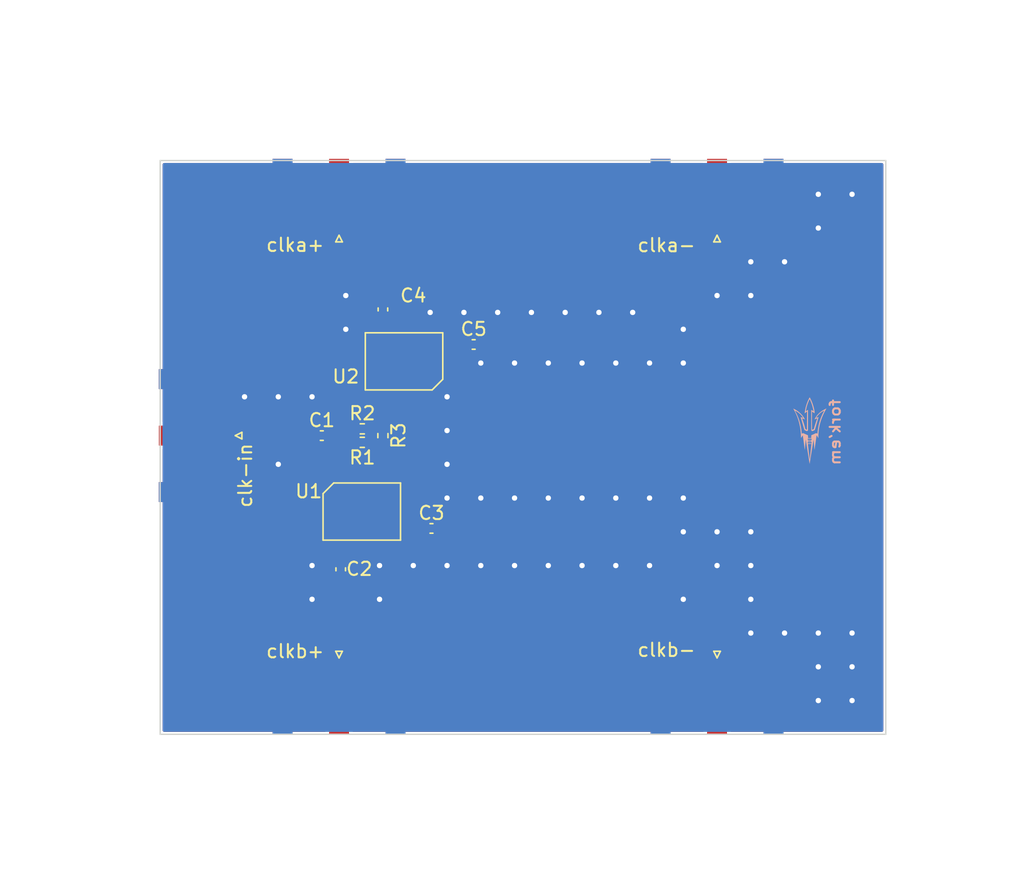
<source format=kicad_pcb>
(kicad_pcb (version 20211014) (generator pcbnew)
  (layers (0 "F.Cu" signal) (31 "B.Cu" signal) (34 "B.Paste" user) (35 "F.Paste" user) (36 "B.SilkS" user "B.Silkscreen") (37 "F.SilkS" user "F.Silkscreen") (38 "B.Mask" user) (39 "F.Mask" user) (44 "Edge.Cuts" user))
  (net 0 "")
  (net 1 "Net-(C2-Pad1)")
  (net 2 "Net-(C2-Pad2)")
  (net 3 "Net-(C3-Pad1)")
  (net 4 "Net-(C3-Pad2)")
  (net 5 "Net-(C4-Pad1)")
  (net 6 "Net-(C4-Pad2)")
  (net 7 "Net-(C5-Pad1)")
  (net 8 "Net-(C5-Pad2)")
  (net 9 "Net-(C1-Pad2)")
  (net 10 "Net-(R2-Pad2)")
  (net 11 "GND")
  (net 12 "Net-(C1-Pad1)")
  (footprint "Capacitor_SMD:C_0402_1005Metric" (layer "F.Cu") (at 99.314 69.624 90)
    (fp_text reference "C4" (at 1.044 2.286 180) (layer "F.SilkS"))
    (fp_text value ".01u")
    (pad "1" smd roundrect locked (at -0.48 0 90) (size 0.56 0.62) (layers "F.Cu" "F.Paste" "F.Mask") (net 5 "Net-(C4-Pad1)"))
    (pad "2" smd roundrect locked (at 0.48 0 90) (size 0.56 0.62) (layers "F.Cu" "F.Paste" "F.Mask") (net 6 "Net-(C4-Pad2)"))
  )
  (footprint "Connector_Coaxial:SMA_Amphenol_132289_EdgeMount" (layer "F.Cu") (at 124.46 60.833 90)
    (fp_text reference "clka-" (at -3.960012 -3.81) (layer "F.SilkS"))
    (fp_text value "Conn_Coaxial")
    (pad "1" smd rect locked (at 0 0 180) (size 1.5 5.08) (layers "F.Cu" "F.Paste" "F.Mask") (net 8 "Net-(C5-Pad2)"))
    (pad "2" smd rect locked (at 0 -4.25 180) (size 1.5 5.08) (layers "F.Cu" "F.Paste" "F.Mask") (net 11 "GND"))
    (pad "2" smd rect locked (at 0 4.25 180) (size 1.5 5.08) (layers "F.Cu" "F.Paste" "F.Mask") (net 11 "GND"))
    (pad "2" smd rect locked (at 0 -4.25 180) (size 1.5 5.08) (layers "B.Cu" "B.Paste" "B.Mask") (net 11 "GND"))
    (pad "2" smd rect locked (at 0 4.25 180) (size 1.5 5.08) (layers "B.Cu" "B.Paste" "B.Mask") (net 11 "GND"))
  )
  (footprint "Connector_Coaxial:SMA_Amphenol_132289_EdgeMount" (layer "F.Cu") (at 84.9915 79.121 180)
    (fp_text reference "clk-in" (at -3.960011 -2.999994 90) (layer "F.SilkS"))
    (fp_text value "Conn_Coaxial")
    (pad "1" smd rect locked (at 0 0 270) (size 1.5 5.08) (layers "F.Cu" "F.Paste" "F.Mask") (net 12 "Net-(C1-Pad1)"))
    (pad "2" smd rect locked (at 0 -4.25 270) (size 1.5 5.08) (layers "B.Cu" "B.Paste" "B.Mask") (net 11 "GND"))
    (pad "2" smd rect locked (at 0 4.25 270) (size 1.5 5.08) (layers "F.Cu" "F.Paste" "F.Mask") (net 11 "GND"))
    (pad "2" smd rect locked (at 0 4.25 270) (size 1.5 5.08) (layers "B.Cu" "B.Paste" "B.Mask") (net 11 "GND"))
    (pad "2" smd rect locked (at 0 -4.25 270) (size 1.5 5.08) (layers "F.Cu" "F.Paste" "F.Mask") (net 11 "GND"))
  )
  (footprint "Resistor_SMD:R_0402_1005Metric" (layer "F.Cu") (at 97.762 79.629)
    (fp_text reference "R1" (at 0 1.143) (layer "F.SilkS"))
    (fp_text value "50")
    (pad "1" smd roundrect locked (at -0.51 0) (size 0.54 0.64) (layers "F.Cu" "F.Paste" "F.Mask") (net 9 "Net-(C1-Pad2)"))
    (pad "2" smd roundrect locked (at 0.51 0) (size 0.54 0.64) (layers "F.Cu" "F.Paste" "F.Mask") (net 10 "Net-(R2-Pad2)"))
  )
  (footprint "RF_Mini-Circuits:TCM2-33WX+" (layer "F.Cu") (at 97.724 84.836 -90)
    (fp_text reference "U1" (at -1.524 3.998) (layer "F.SilkS"))
    (fp_text value "TCM2-33WX+")
    (pad "1" smd rect (at -1.27 1.59 270) (size 0.76 1.65) (layers "F.Cu" "F.Paste" "F.Mask"))
    (pad "2" smd rect (at 0 1.59 270) (size 0.76 1.65) (layers "F.Cu" "F.Paste" "F.Mask") (net 11 "GND"))
    (pad "3" smd rect (at 1.27 1.59 270) (size 0.76 1.65) (layers "F.Cu" "F.Paste" "F.Mask") (net 1 "Net-(C2-Pad1)"))
    (pad "4" smd rect (at 1.27 -1.59 270) (size 0.76 1.65) (layers "F.Cu" "F.Paste" "F.Mask") (net 3 "Net-(C3-Pad1)"))
    (pad "5" smd rect (at 0 -1.59 270) (size 0.76 1.65) (layers "F.Cu" "F.Paste" "F.Mask") (net 11 "GND"))
    (pad "6" smd rect (at -1.27 -1.59 270) (size 0.76 1.65) (layers "F.Cu" "F.Paste" "F.Mask") (net 10 "Net-(R2-Pad2)"))
  )
  (footprint "Resistor_SMD:R_0402_1005Metric" (layer "F.Cu") (at 97.762 78.613)
    (fp_text reference "R2" (at 0 -1.17) (layer "F.SilkS"))
    (fp_text value "50")
    (pad "1" smd roundrect locked (at -0.51 0) (size 0.54 0.64) (layers "F.Cu" "F.Paste" "F.Mask") (net 9 "Net-(C1-Pad2)"))
    (pad "2" smd roundrect locked (at 0.51 0) (size 0.54 0.64) (layers "F.Cu" "F.Paste" "F.Mask") (net 10 "Net-(R2-Pad2)"))
  )
  (footprint "Capacitor_SMD:C_0402_1005Metric" (layer "F.Cu") (at 106.144 72.263)
    (fp_text reference "C5" (at 0 -1.16) (layer "F.SilkS"))
    (fp_text value ".01u")
    (pad "1" smd roundrect locked (at -0.48 0) (size 0.56 0.62) (layers "F.Cu" "F.Paste" "F.Mask") (net 7 "Net-(C5-Pad1)"))
    (pad "2" smd roundrect locked (at 0.48 0) (size 0.56 0.62) (layers "F.Cu" "F.Paste" "F.Mask") (net 8 "Net-(C5-Pad2)"))
  )
  (footprint "RF_Mini-Circuits:TCM2-33WX+" (layer "F.Cu") (at 100.904 73.533 90)
    (fp_text reference "U2" (at -1.143 -4.384) (layer "F.SilkS"))
    (fp_text value "TCM2-33WX+")
    (pad "1" smd rect (at -1.27 1.59 90) (size 0.76 1.65) (layers "F.Cu" "F.Paste" "F.Mask"))
    (pad "2" smd rect (at 0 1.59 90) (size 0.76 1.65) (layers "F.Cu" "F.Paste" "F.Mask") (net 11 "GND"))
    (pad "3" smd rect (at 1.27 1.59 90) (size 0.76 1.65) (layers "F.Cu" "F.Paste" "F.Mask") (net 7 "Net-(C5-Pad1)"))
    (pad "4" smd rect (at 1.27 -1.59 90) (size 0.76 1.65) (layers "F.Cu" "F.Paste" "F.Mask") (net 5 "Net-(C4-Pad1)"))
    (pad "5" smd rect (at 0 -1.59 90) (size 0.76 1.65) (layers "F.Cu" "F.Paste" "F.Mask") (net 11 "GND"))
    (pad "6" smd rect (at -1.27 -1.59 90) (size 0.76 1.65) (layers "F.Cu" "F.Paste" "F.Mask") (net 10 "Net-(R2-Pad2)"))
  )
  (footprint "Connector_Coaxial:SMA_Amphenol_132289_EdgeMount" (layer "F.Cu") (at 96.012 99.06 -90)
    (fp_text reference "clkb+" (at -3.71 3.302) (layer "F.SilkS"))
    (fp_text value "Conn_Coaxial")
    (pad "1" smd rect locked (at 0 0) (size 1.5 5.08) (layers "F.Cu" "F.Paste" "F.Mask") (net 2 "Net-(C2-Pad2)"))
    (pad "2" smd rect locked (at 0 -4.25) (size 1.5 5.08) (layers "F.Cu" "F.Paste" "F.Mask") (net 11 "GND"))
    (pad "2" smd rect locked (at 0 4.25) (size 1.5 5.08) (layers "F.Cu" "F.Paste" "F.Mask") (net 11 "GND"))
    (pad "2" smd rect locked (at 0 -4.25) (size 1.5 5.08) (layers "B.Cu" "B.Paste" "B.Mask") (net 11 "GND"))
    (pad "2" smd rect locked (at 0 4.25) (size 1.5 5.08) (layers "B.Cu" "B.Paste" "B.Mask") (net 11 "GND"))
  )
  (footprint "Capacitor_SMD:C_0402_1005Metric" (layer "F.Cu") (at 96.139 89.182 -90)
    (fp_text reference "C2" (at -0.028 -1.397 180) (layer "F.SilkS"))
    (fp_text value ".01u")
    (pad "1" smd roundrect locked (at -0.48 0 270) (size 0.56 0.62) (layers "F.Cu" "F.Paste" "F.Mask") (net 1 "Net-(C2-Pad1)"))
    (pad "2" smd roundrect locked (at 0.48 0 270) (size 0.56 0.62) (layers "F.Cu" "F.Paste" "F.Mask") (net 2 "Net-(C2-Pad2)"))
  )
  (footprint "Resistor_SMD:R_0402_1005Metric" (layer "F.Cu") (at 99.314 79.121 -90)
    (fp_text reference "R3" (at 0 -1.17 90) (layer "F.SilkS"))
    (fp_text value "100")
    (pad "1" smd roundrect locked (at -0.51 0 270) (size 0.54 0.64) (layers "F.Cu" "F.Paste" "F.Mask") (net 10 "Net-(R2-Pad2)"))
    (pad "2" smd roundrect locked (at 0.51 0 270) (size 0.54 0.64) (layers "F.Cu" "F.Paste" "F.Mask") (net 10 "Net-(R2-Pad2)"))
  )
  (footprint "Connector_Coaxial:SMA_Amphenol_132289_EdgeMount" (layer "F.Cu") (at 96.012 60.833 90)
    (fp_text reference "clka+" (at -3.937 -3.302) (layer "F.SilkS"))
    (fp_text value "Conn_Coaxial")
    (pad "1" smd rect locked (at 0 0 180) (size 1.5 5.08) (layers "F.Cu" "F.Paste" "F.Mask") (net 6 "Net-(C4-Pad2)"))
    (pad "2" smd rect locked (at 0 -4.25 180) (size 1.5 5.08) (layers "B.Cu" "B.Paste" "B.Mask") (net 11 "GND"))
    (pad "2" smd rect locked (at 0 -4.25 180) (size 1.5 5.08) (layers "F.Cu" "F.Paste" "F.Mask") (net 11 "GND"))
    (pad "2" smd rect locked (at 0 4.25 180) (size 1.5 5.08) (layers "F.Cu" "F.Paste" "F.Mask") (net 11 "GND"))
    (pad "2" smd rect locked (at 0 4.25 180) (size 1.5 5.08) (layers "B.Cu" "B.Paste" "B.Mask") (net 11 "GND"))
  )
  (footprint "Capacitor_SMD:C_0402_1005Metric" (layer "F.Cu") (at 94.714 79.121)
    (fp_text reference "C1" (at 0 -1.16) (layer "F.SilkS"))
    (fp_text value "C")
    (pad "1" smd roundrect locked (at -0.48 0) (size 0.56 0.62) (layers "F.Cu" "F.Paste" "F.Mask") (net 12 "Net-(C1-Pad1)"))
    (pad "2" smd roundrect locked (at 0.48 0) (size 0.56 0.62) (layers "F.Cu" "F.Paste" "F.Mask") (net 9 "Net-(C1-Pad2)"))
  )
  (footprint "Capacitor_SMD:C_0402_1005Metric" (layer "F.Cu") (at 102.969 86.106)
    (fp_text reference "C3" (at 0 -1.16) (layer "F.SilkS"))
    (fp_text value ".01u")
    (pad "1" smd roundrect locked (at -0.48 0) (size 0.56 0.62) (layers "F.Cu" "F.Paste" "F.Mask") (net 3 "Net-(C3-Pad1)"))
    (pad "2" smd roundrect locked (at 0.48 0) (size 0.56 0.62) (layers "F.Cu" "F.Paste" "F.Mask") (net 4 "Net-(C3-Pad2)"))
  )
  (footprint "Connector_Coaxial:SMA_Amphenol_132289_EdgeMount" (layer "F.Cu") (at 124.46 99.06 -90)
    (fp_text reference "clkb-" (at -3.81 3.81) (layer "F.SilkS"))
    (fp_text value "Conn_Coaxial")
    (pad "1" smd rect locked (at 0 0) (size 1.5 5.08) (layers "F.Cu" "F.Paste" "F.Mask") (net 4 "Net-(C3-Pad2)"))
    (pad "2" smd rect locked (at 0 -4.25) (size 1.5 5.08) (layers "B.Cu" "B.Paste" "B.Mask") (net 11 "GND"))
    (pad "2" smd rect locked (at 0 -4.25) (size 1.5 5.08) (layers "F.Cu" "F.Paste" "F.Mask") (net 11 "GND"))
    (pad "2" smd rect locked (at 0 4.25) (size 1.5 5.08) (layers "B.Cu" "B.Paste" "B.Mask") (net 11 "GND"))
    (pad "2" smd rect locked (at 0 4.25) (size 1.5 5.08) (layers "F.Cu" "F.Paste" "F.Mask") (net 11 "GND"))
  )
  (footprint "LOGO" (layer "B.Cu") (at 131.445 78.74 180)
    (fp_text reference "G***")
    (fp_text value "LOGO" hide)
  )
  (gr_line (start 82.55 58.42) (end 137.16 58.42) (layer "Edge.Cuts") (width 0.1))
  (gr_line (start 137.16 58.42) (end 137.16 101.6) (layer "Edge.Cuts") (width 0.1))
  (gr_line (start 137.16 101.6) (end 82.55 101.6) (layer "Edge.Cuts") (width 0.1))
  (gr_line (start 82.55 101.6) (end 82.55 58.42) (layer "Edge.Cuts") (width 0.1))
  (gr_text "fork'em" (at 133.35 78.867 90) (layer "B.SilkS") (effects (font (size 0.762 0.889)) (justify mirror)))
  (segment (start 96.134 86.106) (end 96.134 88.697) (width 0.7112) (layer "F.Cu") (net 1))
  (segment (start 96.134 88.697) (end 96.139 88.702) (width 0.7112) (layer "F.Cu") (net 1))
  (segment (start 96.139 89.662) (end 96.139 98.806) (width 0.7112) (layer "F.Cu") (net 2))
  (segment (start 99.314 86.106) (end 102.489 86.106) (width 0.7112) (layer "F.Cu") (net 3))
  (segment (start 124.46 98.806) (end 124.46 91.694) (width 0.7112) (layer "F.Cu") (net 4))
  (segment (start 118.872 86.106) (end 103.449 86.106) (width 0.7112) (layer "F.Cu") (net 4))
  (segment (start 124.46 91.694) (end 118.872 86.106) (width 0.7112) (layer "F.Cu") (net 4))
  (segment (start 99.314 72.263) (end 99.314 70.104) (width 0.7112) (layer "F.Cu") (net 5))
  (segment (start 96.012 60.833) (end 96.012 64.262) (width 0.7112) (layer "F.Cu") (net 6))
  (segment (start 99.314 67.564) (end 99.314 69.144) (width 0.7112) (layer "F.Cu") (net 6))
  (segment (start 96.012 64.262) (end 99.314 67.564) (width 0.7112) (layer "F.Cu") (net 6))
  (segment (start 102.494004 72.263) (end 105.664 72.263) (width 0.7112) (layer "F.Cu") (net 7))
  (segment (start 124.46 60.833) (end 124.46 66.675) (width 0.7112) (layer "F.Cu") (net 8))
  (segment (start 118.872 72.263) (end 106.624 72.263) (width 0.7112) (layer "F.Cu") (net 8))
  (segment (start 124.46 66.675) (end 118.872 72.263) (width 0.7112) (layer "F.Cu") (net 8))
  (segment (start 97.252 79.629) (end 96.744 79.121) (width 0.7112) (layer "F.Cu") (net 9))
  (segment (start 95.194 79.121) (end 96.744 79.121) (width 0.7112) (layer "F.Cu") (net 9))
  (segment (start 97.252 79.629) (end 97.252 78.613) (width 0.7112) (layer "F.Cu") (net 9))
  (segment (start 96.744 79.121) (end 97.252 78.613) (width 0.7112) (layer "F.Cu") (net 9))
  (segment (start 99.314 78.610993) (end 98.272 78.613) (width 0.7112) (layer "F.Cu") (net 10))
  (segment (start 99.314 74.803) (end 99.314 78.610993) (width 0.7112) (layer "F.Cu") (net 10))
  (segment (start 99.338003 83.436993) (end 99.338003 79.629) (width 0.7112) (layer "F.Cu") (net 10))
  (segment (start 99.338003 79.629) (end 98.272 79.629) (width 0.7112) (layer "F.Cu") (net 10))
  (segment (start 98.272 79.629) (end 98.272 78.613) (width 0.7112) (layer "F.Cu") (net 10))
  (via (at 102.87 69.85) (size 0.8) (drill 0.4) (layers "F.Cu" "B.Cu") (net 11))
  (via (at 93.98 91.44) (size 0.8) (drill 0.4) (layers "F.Cu" "B.Cu") (net 11))
  (via (at 113.03 69.85) (size 0.8) (drill 0.4) (layers "F.Cu" "B.Cu") (net 11))
  (via (at 119.38 83.82) (size 0.8) (drill 0.4) (layers "F.Cu" "B.Cu") (net 11))
  (via (at 124.46 86.36) (size 0.8) (drill 0.4) (layers "F.Cu" "B.Cu") (net 11))
  (via (at 107.95 69.85) (size 0.8) (drill 0.4) (layers "F.Cu" "B.Cu") (net 11))
  (via (at 111.76 83.82) (size 0.8) (drill 0.4) (layers "F.Cu" "B.Cu") (net 11))
  (via (at 106.68 88.9) (size 0.8) (drill 0.4) (layers "F.Cu" "B.Cu") (net 11))
  (via (at 127 68.58) (size 0.8) (drill 0.4) (layers "F.Cu" "B.Cu") (net 11))
  (via (at 121.92 91.44) (size 0.8) (drill 0.4) (layers "F.Cu" "B.Cu") (net 11))
  (via (at 104.14 83.82) (size 0.8) (drill 0.4) (layers "F.Cu" "B.Cu") (net 11))
  (via (at 127 88.9) (size 0.8) (drill 0.4) (layers "F.Cu" "B.Cu") (net 11))
  (via (at 127 93.98) (size 0.8) (drill 0.4) (layers "F.Cu" "B.Cu") (net 11))
  (via (at 124.46 68.58) (size 0.8) (drill 0.4) (layers "F.Cu" "B.Cu") (net 11))
  (via (at 132.08 96.52) (size 0.8) (drill 0.4) (layers "F.Cu" "B.Cu") (net 11))
  (via (at 121.92 71.12) (size 0.8) (drill 0.4) (layers "F.Cu" "B.Cu") (net 11))
  (via (at 99.06 91.44) (size 0.8) (drill 0.4) (layers "F.Cu" "B.Cu") (net 11))
  (via (at 104.14 78.74) (size 0.8) (drill 0.4) (layers "F.Cu" "B.Cu") (net 11))
  (via (at 109.22 83.82) (size 0.8) (drill 0.4) (layers "F.Cu" "B.Cu") (net 11))
  (via (at 91.44 76.2) (size 0.8) (drill 0.4) (layers "F.Cu" "B.Cu") (net 11))
  (via (at 111.76 73.66) (size 0.8) (drill 0.4) (layers "F.Cu" "B.Cu") (net 11))
  (via (at 129.54 66.04) (size 0.8) (drill 0.4) (layers "F.Cu" "B.Cu") (net 11))
  (via (at 105.41 69.85) (size 0.8) (drill 0.4) (layers "F.Cu" "B.Cu") (net 11))
  (via (at 96.52 71.12) (size 0.8) (drill 0.4) (layers "F.Cu" "B.Cu") (net 11))
  (via (at 104.14 88.9) (size 0.8) (drill 0.4) (layers "F.Cu" "B.Cu") (net 11))
  (via (at 106.68 73.66) (size 0.8) (drill 0.4) (layers "F.Cu" "B.Cu") (net 11))
  (via (at 134.62 60.96) (size 0.8) (drill 0.4) (layers "F.Cu" "B.Cu") (net 11))
  (via (at 132.08 93.98) (size 0.8) (drill 0.4) (layers "F.Cu" "B.Cu") (net 11))
  (via (at 104.14 81.28) (size 0.8) (drill 0.4) (layers "F.Cu" "B.Cu") (net 11))
  (via (at 134.62 99.06) (size 0.8) (drill 0.4) (layers "F.Cu" "B.Cu") (net 11))
  (via (at 110.49 69.85) (size 0.8) (drill 0.4) (layers "F.Cu" "B.Cu") (net 11))
  (via (at 116.84 83.82) (size 0.8) (drill 0.4) (layers "F.Cu" "B.Cu") (net 11))
  (via (at 132.08 99.06) (size 0.8) (drill 0.4) (layers "F.Cu" "B.Cu") (net 11))
  (via (at 114.3 73.66) (size 0.8) (drill 0.4) (layers "F.Cu" "B.Cu") (net 11))
  (via (at 118.11 69.85) (size 0.8) (drill 0.4) (layers "F.Cu" "B.Cu") (net 11))
  (via (at 121.92 73.66) (size 0.8) (drill 0.4) (layers "F.Cu" "B.Cu") (net 11))
  (via (at 106.68 83.82) (size 0.8) (drill 0.4) (layers "F.Cu" "B.Cu") (net 11))
  (via (at 127 66.04) (size 0.8) (drill 0.4) (layers "F.Cu" "B.Cu") (net 11))
  (via (at 101.6 88.9) (size 0.8) (drill 0.4) (layers "F.Cu" "B.Cu") (net 11))
  (via (at 99.06 88.9) (size 0.8) (drill 0.4) (layers "F.Cu" "B.Cu") (net 11))
  (via (at 132.08 60.96) (size 0.8) (drill 0.4) (layers "F.Cu" "B.Cu") (net 11))
  (via (at 119.38 88.9) (size 0.8) (drill 0.4) (layers "F.Cu" "B.Cu") (net 11))
  (via (at 109.22 88.9) (size 0.8) (drill 0.4) (layers "F.Cu" "B.Cu") (net 11))
  (via (at 119.38 73.66) (size 0.8) (drill 0.4) (layers "F.Cu" "B.Cu") (net 11))
  (via (at 91.44 81.28) (size 0.8) (drill 0.4) (layers "F.Cu" "B.Cu") (net 11))
  (via (at 121.92 83.82) (size 0.8) (drill 0.4) (layers "F.Cu" "B.Cu") (net 11))
  (via (at 127 91.44) (size 0.8) (drill 0.4) (layers "F.Cu" "B.Cu") (net 11))
  (via (at 134.62 96.52) (size 0.8) (drill 0.4) (layers "F.Cu" "B.Cu") (net 11))
  (via (at 124.46 88.9) (size 0.8) (drill 0.4) (layers "F.Cu" "B.Cu") (net 11))
  (via (at 111.76 88.9) (size 0.8) (drill 0.4) (layers "F.Cu" "B.Cu") (net 11))
  (via (at 96.52 68.58) (size 0.8) (drill 0.4) (layers "F.Cu" "B.Cu") (net 11))
  (via (at 114.3 83.82) (size 0.8) (drill 0.4) (layers "F.Cu" "B.Cu") (net 11))
  (via (at 115.57 69.85) (size 0.8) (drill 0.4) (layers "F.Cu" "B.Cu") (net 11))
  (via (at 88.9 76.2) (size 0.8) (drill 0.4) (layers "F.Cu" "B.Cu") (net 11))
  (via (at 127 86.36) (size 0.8) (drill 0.4) (layers "F.Cu" "B.Cu") (net 11))
  (via (at 129.54 93.98) (size 0.8) (drill 0.4) (layers "F.Cu" "B.Cu") (net 11))
  (via (at 93.98 76.2) (size 0.8) (drill 0.4) (layers "F.Cu" "B.Cu") (net 11))
  (via (at 116.84 88.9) (size 0.8) (drill 0.4) (layers "F.Cu" "B.Cu") (net 11))
  (via (at 116.84 73.66) (size 0.8) (drill 0.4) (layers "F.Cu" "B.Cu") (net 11))
  (via (at 93.98 88.9) (size 0.8) (drill 0.4) (layers "F.Cu" "B.Cu") (net 11))
  (via (at 104.14 76.2) (size 0.8) (drill 0.4) (layers "F.Cu" "B.Cu") (net 11))
  (via (at 134.62 93.98) (size 0.8) (drill 0.4) (layers "F.Cu" "B.Cu") (net 11))
  (via (at 109.22 73.66) (size 0.8) (drill 0.4) (layers "F.Cu" "B.Cu") (net 11))
  (via (at 132.08 63.5) (size 0.8) (drill 0.4) (layers "F.Cu" "B.Cu") (net 11))
  (via (at 121.92 86.36) (size 0.8) (drill 0.4) (layers "F.Cu" "B.Cu") (net 11))
  (via (at 114.3 88.9) (size 0.8) (drill 0.4) (layers "F.Cu" "B.Cu") (net 11))
  (segment (start 84.991499 79.121) (end 94.234 79.121) (width 0.7112) (layer "F.Cu") (net 12))
  (zone (net 11) (net_name "GND") (layers F&B.Cu) (connect_pads yes (clearance 0.18288)) (min_thickness 0.254) (fill yes (thermal_gap 0.508) (thermal_bridge_width 0.508))
    (polygon (pts (xy 147.574 107.95) (xy 72.39 107.95) (xy 72.39 50.8) (xy 147.574 50.8)))
  )
)
</source>
